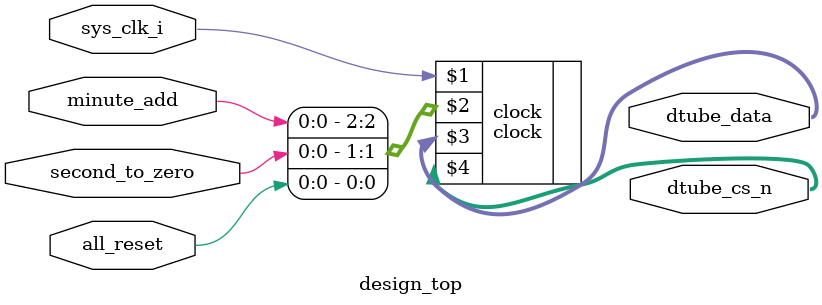
<source format=v>
`include "clock.v"

module design_top(
    input wire sys_clk_i,// 50MHz clk siginal
    input wire minute_add,// add a minute number
    input wire second_to_zero,// set a second to zero
    input wire all_reset,// external reset switch
    output wire[3:0] dtube_cs_n,// which one to lignt
    output wire[7:0] dtube_data// digital shape
);

    clock clock(sys_clk_i, {minute_add, second_to_zero, all_reset}, dtube_data, dtube_cs_n);

endmodule
</source>
